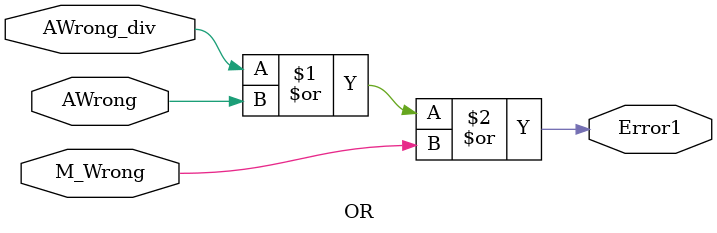
<source format=v>
`timescale 1ns / 1ps

module OR(
  input AWrong_div,
  input AWrong,
  input M_Wrong,
  output Error1
    );
  assign Error1=(AWrong_div|AWrong)|M_Wrong;
endmodule

</source>
